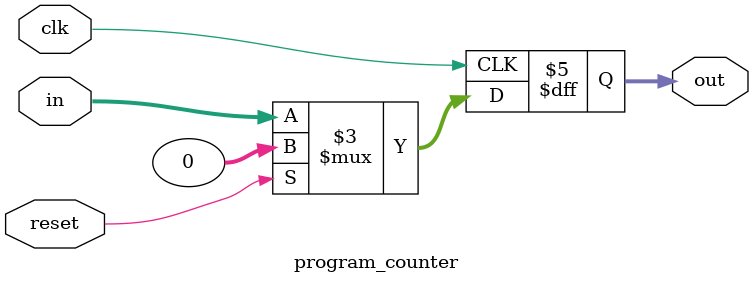
<source format=sv>
module program_counter (
    clk,
    reset,
    in,
    out
);

  input clk, reset;
  input [31:0] in;
  output reg [31:0] out;
  always @(posedge clk) begin
    if (reset) out <= 32'b0;
    else out <= in;
  end
endmodule

</source>
